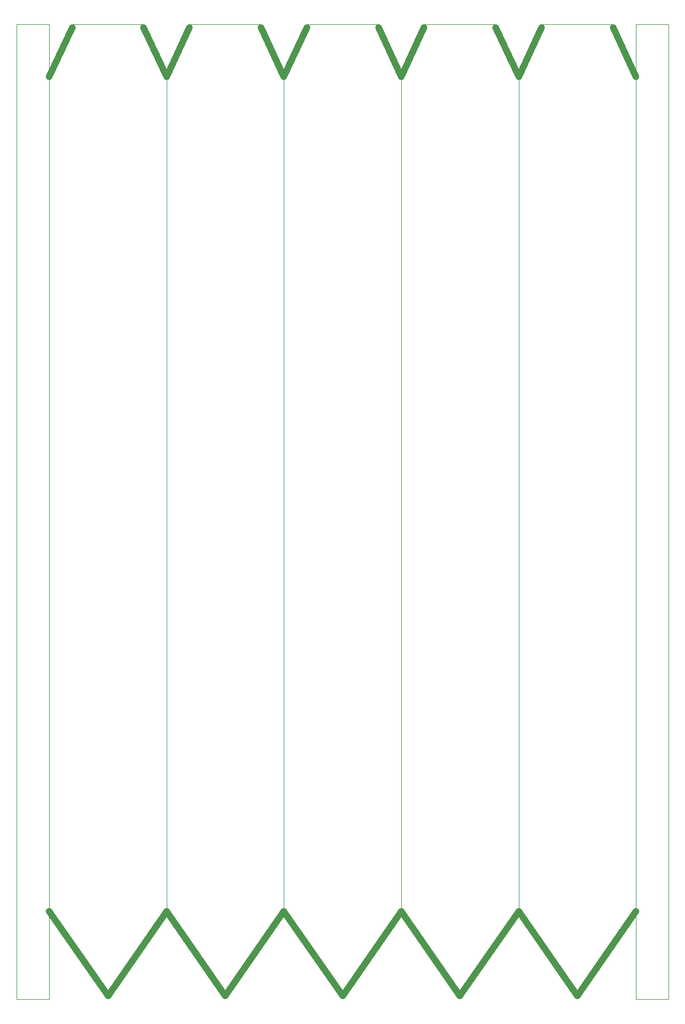
<source format=gbr>
G04 #@! TF.GenerationSoftware,KiCad,Pcbnew,no-vcs-found-097f89d~58~ubuntu16.04.1*
G04 #@! TF.CreationDate,2017-05-03T08:34:00+03:00*
G04 #@! TF.ProjectId,rs485-moist-sensor-pannel,72733438352D6D6F6973742D73656E73,rev?*
G04 #@! TF.FileFunction,Profile,NP*
%FSLAX46Y46*%
G04 Gerber Fmt 4.6, Leading zero omitted, Abs format (unit mm)*
G04 Created by KiCad (PCBNEW no-vcs-found-097f89d~58~ubuntu16.04.1) date Wed May  3 08:34:00 2017*
%MOMM*%
%LPD*%
G01*
G04 APERTURE LIST*
%ADD10C,0.100000*%
%ADD11C,1.000000*%
G04 APERTURE END LIST*
D10*
X176000000Y-13000000D02*
X176000000Y-21000000D01*
X176000000Y-162500000D02*
X176000000Y-149000000D01*
X181000000Y-162500000D02*
X176000000Y-162500000D01*
X181000000Y-13000000D02*
X181000000Y-162500000D01*
X176000000Y-13000000D02*
X181000000Y-13000000D01*
X86000000Y-13000000D02*
X86000000Y-21000000D01*
X86000000Y-162500000D02*
X86000000Y-149000000D01*
X81000000Y-162500000D02*
X86000000Y-162500000D01*
X81000000Y-13000000D02*
X81000000Y-162500000D01*
X86000000Y-13000000D02*
X81000000Y-13000000D01*
X140000000Y-149000000D02*
X140000000Y-21000000D01*
D11*
X149000000Y-162000000D02*
X140000000Y-149000000D01*
X149000000Y-162000000D02*
X158000000Y-149000000D01*
X158000000Y-21000000D02*
X154500000Y-13500000D01*
X140000000Y-21000000D02*
X143500000Y-13500000D01*
D10*
X154500000Y-13000000D02*
X143500000Y-13000000D01*
D11*
X131000000Y-162000000D02*
X140000000Y-149000000D01*
X131000000Y-162000000D02*
X122000000Y-149000000D01*
X140000000Y-21000000D02*
X136500000Y-13500000D01*
X122000000Y-21000000D02*
X125500000Y-13500000D01*
D10*
X136500000Y-13000000D02*
X125500000Y-13000000D01*
D11*
X113000000Y-162000000D02*
X122000000Y-149000000D01*
X113000000Y-162000000D02*
X104000000Y-149000000D01*
X122000000Y-21000000D02*
X118500000Y-13500000D01*
X104000000Y-21000000D02*
X107500000Y-13500000D01*
D10*
X122000000Y-149000000D02*
X122000000Y-21000000D01*
X118500000Y-13000000D02*
X107500000Y-13000000D01*
D11*
X86000000Y-21000000D02*
X89500000Y-13500000D01*
X104000000Y-21000000D02*
X100500000Y-13500000D01*
X95000000Y-162000000D02*
X86000000Y-149000000D01*
X95000000Y-162000000D02*
X104000000Y-149000000D01*
D10*
X86000000Y-21000000D02*
X86000000Y-149000000D01*
X100500000Y-13000000D02*
X89500000Y-13000000D01*
X104000000Y-149000000D02*
X104000000Y-21000000D01*
D11*
X158000000Y-21000000D02*
X161500000Y-13500000D01*
X176000000Y-21000000D02*
X172500000Y-13500000D01*
X167000000Y-162000000D02*
X158000000Y-149000000D01*
X167000000Y-162000000D02*
X176000000Y-149000000D01*
D10*
X158000000Y-21000000D02*
X158000000Y-149000000D01*
X172500000Y-13000000D02*
X161500000Y-13000000D01*
X176000000Y-149000000D02*
X176000000Y-21000000D01*
M02*

</source>
